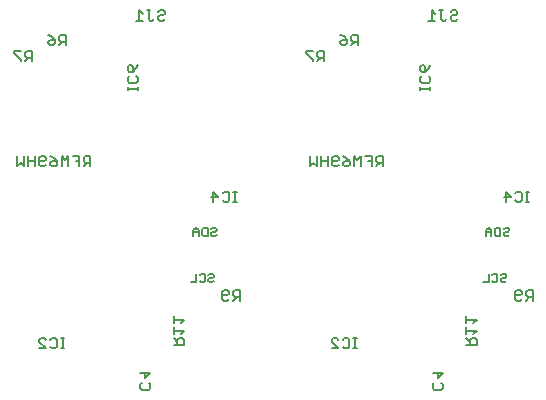
<source format=gbo>
G75*
G70*
%OFA0B0*%
%FSLAX24Y24*%
%IPPOS*%
%LPD*%
%AMOC8*
5,1,8,0,0,1.08239X$1,22.5*
%
%ADD10C,0.0060*%
%ADD11C,0.0050*%
D10*
X005661Y004089D02*
X005604Y004146D01*
X005604Y004259D01*
X005661Y004316D01*
X005775Y004458D02*
X005775Y004684D01*
X005945Y004628D02*
X005604Y004628D01*
X005775Y004458D02*
X005945Y004628D01*
X005888Y004316D02*
X005945Y004259D01*
X005945Y004146D01*
X005888Y004089D01*
X005661Y004089D01*
X006731Y005565D02*
X007072Y005565D01*
X007072Y005735D01*
X007015Y005792D01*
X006902Y005792D01*
X006845Y005735D01*
X006845Y005565D01*
X006845Y005678D02*
X006731Y005792D01*
X006731Y005933D02*
X006731Y006160D01*
X006731Y006047D02*
X007072Y006047D01*
X006958Y005933D01*
X006958Y006302D02*
X007072Y006415D01*
X006731Y006415D01*
X006731Y006302D02*
X006731Y006528D01*
X008344Y007113D02*
X008344Y007339D01*
X008401Y007396D01*
X008515Y007396D01*
X008571Y007339D01*
X008571Y007283D01*
X008515Y007226D01*
X008344Y007226D01*
X008344Y007113D02*
X008401Y007056D01*
X008515Y007056D01*
X008571Y007113D01*
X008713Y007056D02*
X008826Y007169D01*
X008769Y007169D02*
X008940Y007169D01*
X008940Y007056D02*
X008940Y007396D01*
X008769Y007396D01*
X008713Y007339D01*
X008713Y007226D01*
X008769Y007169D01*
X011983Y005747D02*
X012039Y005804D01*
X012153Y005804D01*
X012209Y005747D01*
X012351Y005747D02*
X012408Y005804D01*
X012521Y005804D01*
X012578Y005747D01*
X012578Y005520D01*
X012521Y005464D01*
X012408Y005464D01*
X012351Y005520D01*
X012209Y005464D02*
X011983Y005690D01*
X011983Y005747D01*
X011983Y005464D02*
X012209Y005464D01*
X012710Y005464D02*
X012823Y005464D01*
X012767Y005464D02*
X012767Y005804D01*
X012823Y005804D02*
X012710Y005804D01*
X015354Y004628D02*
X015695Y004628D01*
X015525Y004458D01*
X015525Y004684D01*
X015638Y004316D02*
X015695Y004259D01*
X015695Y004146D01*
X015638Y004089D01*
X015411Y004089D01*
X015354Y004146D01*
X015354Y004259D01*
X015411Y004316D01*
X016481Y005565D02*
X016822Y005565D01*
X016822Y005735D01*
X016765Y005792D01*
X016652Y005792D01*
X016595Y005735D01*
X016595Y005565D01*
X016595Y005678D02*
X016481Y005792D01*
X016481Y005933D02*
X016481Y006160D01*
X016481Y006047D02*
X016822Y006047D01*
X016708Y005933D01*
X016708Y006302D02*
X016822Y006415D01*
X016481Y006415D01*
X016481Y006302D02*
X016481Y006528D01*
X018094Y007113D02*
X018094Y007339D01*
X018151Y007396D01*
X018265Y007396D01*
X018321Y007339D01*
X018321Y007283D01*
X018265Y007226D01*
X018094Y007226D01*
X018094Y007113D02*
X018151Y007056D01*
X018265Y007056D01*
X018321Y007113D01*
X018463Y007056D02*
X018576Y007169D01*
X018519Y007169D02*
X018690Y007169D01*
X018690Y007056D02*
X018690Y007396D01*
X018519Y007396D01*
X018463Y007339D01*
X018463Y007226D01*
X018519Y007169D01*
X018516Y010345D02*
X018516Y010685D01*
X018573Y010685D02*
X018459Y010685D01*
X018327Y010629D02*
X018327Y010402D01*
X018271Y010345D01*
X018157Y010345D01*
X018100Y010402D01*
X017959Y010515D02*
X017732Y010515D01*
X017789Y010345D02*
X017789Y010685D01*
X017959Y010515D01*
X018100Y010629D02*
X018157Y010685D01*
X018271Y010685D01*
X018327Y010629D01*
X018459Y010345D02*
X018573Y010345D01*
X015278Y014067D02*
X015278Y014181D01*
X015278Y014124D02*
X014938Y014124D01*
X014938Y014067D02*
X014938Y014181D01*
X014994Y014313D02*
X014938Y014370D01*
X014938Y014483D01*
X014994Y014540D01*
X014994Y014681D02*
X014938Y014738D01*
X014938Y014851D01*
X014994Y014908D01*
X015051Y014908D01*
X015108Y014851D01*
X015108Y014681D01*
X014994Y014681D01*
X015108Y014681D02*
X015221Y014795D01*
X015278Y014908D01*
X015221Y014540D02*
X015278Y014483D01*
X015278Y014370D01*
X015221Y014313D01*
X014994Y014313D01*
X012872Y015576D02*
X012872Y015916D01*
X012701Y015916D01*
X012645Y015859D01*
X012645Y015746D01*
X012701Y015689D01*
X012872Y015689D01*
X012758Y015689D02*
X012645Y015576D01*
X012503Y015632D02*
X012446Y015576D01*
X012333Y015576D01*
X012276Y015632D01*
X012276Y015689D01*
X012333Y015746D01*
X012503Y015746D01*
X012503Y015632D01*
X012503Y015746D02*
X012390Y015859D01*
X012276Y015916D01*
X011742Y015367D02*
X011572Y015367D01*
X011515Y015311D01*
X011515Y015197D01*
X011572Y015141D01*
X011742Y015141D01*
X011628Y015141D02*
X011515Y015027D01*
X011373Y015027D02*
X011373Y015084D01*
X011147Y015311D01*
X011147Y015367D01*
X011373Y015367D01*
X011742Y015367D02*
X011742Y015027D01*
X011855Y011867D02*
X011855Y011527D01*
X011996Y011583D02*
X011996Y011810D01*
X012053Y011867D01*
X012166Y011867D01*
X012223Y011810D01*
X012223Y011754D01*
X012166Y011697D01*
X011996Y011697D01*
X011996Y011583D02*
X012053Y011527D01*
X012166Y011527D01*
X012223Y011583D01*
X012364Y011583D02*
X012364Y011640D01*
X012421Y011697D01*
X012591Y011697D01*
X012591Y011583D01*
X012534Y011527D01*
X012421Y011527D01*
X012364Y011583D01*
X012478Y011810D02*
X012591Y011697D01*
X012478Y011810D02*
X012364Y011867D01*
X012733Y011867D02*
X012733Y011527D01*
X012959Y011527D02*
X012959Y011867D01*
X012846Y011754D01*
X012733Y011867D01*
X013101Y011867D02*
X013328Y011867D01*
X013328Y011527D01*
X013469Y011527D02*
X013583Y011640D01*
X013526Y011640D02*
X013696Y011640D01*
X013696Y011527D02*
X013696Y011867D01*
X013526Y011867D01*
X013469Y011810D01*
X013469Y011697D01*
X013526Y011640D01*
X013328Y011697D02*
X013214Y011697D01*
X011855Y011697D02*
X011628Y011697D01*
X011628Y011867D02*
X011628Y011527D01*
X011486Y011527D02*
X011373Y011640D01*
X011259Y011527D01*
X011259Y011867D01*
X011486Y011867D02*
X011486Y011527D01*
X008823Y010685D02*
X008709Y010685D01*
X008766Y010685D02*
X008766Y010345D01*
X008823Y010345D02*
X008709Y010345D01*
X008577Y010402D02*
X008521Y010345D01*
X008407Y010345D01*
X008350Y010402D01*
X008209Y010515D02*
X007982Y010515D01*
X008039Y010345D02*
X008039Y010685D01*
X008209Y010515D01*
X008350Y010629D02*
X008407Y010685D01*
X008521Y010685D01*
X008577Y010629D01*
X008577Y010402D01*
X005528Y014067D02*
X005528Y014181D01*
X005528Y014124D02*
X005188Y014124D01*
X005188Y014067D02*
X005188Y014181D01*
X005244Y014313D02*
X005188Y014370D01*
X005188Y014483D01*
X005244Y014540D01*
X005244Y014681D02*
X005188Y014738D01*
X005188Y014851D01*
X005244Y014908D01*
X005301Y014908D01*
X005358Y014851D01*
X005358Y014681D01*
X005244Y014681D01*
X005358Y014681D02*
X005471Y014795D01*
X005528Y014908D01*
X005471Y014540D02*
X005528Y014483D01*
X005528Y014370D01*
X005471Y014313D01*
X005244Y014313D01*
X003122Y015576D02*
X003122Y015916D01*
X002951Y015916D01*
X002895Y015859D01*
X002895Y015746D01*
X002951Y015689D01*
X003122Y015689D01*
X003008Y015689D02*
X002895Y015576D01*
X002753Y015632D02*
X002696Y015576D01*
X002583Y015576D01*
X002526Y015632D01*
X002526Y015689D01*
X002583Y015746D01*
X002753Y015746D01*
X002753Y015632D01*
X002753Y015746D02*
X002640Y015859D01*
X002526Y015916D01*
X001992Y015367D02*
X001822Y015367D01*
X001765Y015311D01*
X001765Y015197D01*
X001822Y015141D01*
X001992Y015141D01*
X001878Y015141D02*
X001765Y015027D01*
X001623Y015027D02*
X001623Y015084D01*
X001397Y015311D01*
X001397Y015367D01*
X001623Y015367D01*
X001992Y015367D02*
X001992Y015027D01*
X002105Y011867D02*
X002105Y011527D01*
X002246Y011583D02*
X002246Y011810D01*
X002303Y011867D01*
X002416Y011867D01*
X002473Y011810D01*
X002473Y011754D01*
X002416Y011697D01*
X002246Y011697D01*
X002246Y011583D02*
X002303Y011527D01*
X002416Y011527D01*
X002473Y011583D01*
X002614Y011583D02*
X002614Y011640D01*
X002671Y011697D01*
X002841Y011697D01*
X002841Y011583D01*
X002784Y011527D01*
X002671Y011527D01*
X002614Y011583D01*
X002728Y011810D02*
X002841Y011697D01*
X002728Y011810D02*
X002614Y011867D01*
X002983Y011867D02*
X002983Y011527D01*
X003209Y011527D02*
X003209Y011867D01*
X003096Y011754D01*
X002983Y011867D01*
X003351Y011867D02*
X003578Y011867D01*
X003578Y011527D01*
X003719Y011527D02*
X003833Y011640D01*
X003776Y011640D02*
X003946Y011640D01*
X003946Y011527D02*
X003946Y011867D01*
X003776Y011867D01*
X003719Y011810D01*
X003719Y011697D01*
X003776Y011640D01*
X003578Y011697D02*
X003464Y011697D01*
X002105Y011697D02*
X001878Y011697D01*
X001878Y011867D02*
X001878Y011527D01*
X001736Y011527D02*
X001623Y011640D01*
X001509Y011527D01*
X001509Y011867D01*
X001736Y011867D02*
X001736Y011527D01*
X005463Y016391D02*
X005690Y016391D01*
X005576Y016391D02*
X005576Y016732D01*
X005690Y016618D01*
X005831Y016732D02*
X005945Y016732D01*
X005888Y016732D02*
X005888Y016448D01*
X005945Y016391D01*
X006001Y016391D01*
X006058Y016448D01*
X006200Y016448D02*
X006256Y016391D01*
X006370Y016391D01*
X006427Y016448D01*
X006370Y016562D02*
X006256Y016562D01*
X006200Y016505D01*
X006200Y016448D01*
X006370Y016562D02*
X006427Y016618D01*
X006427Y016675D01*
X006370Y016732D01*
X006256Y016732D01*
X006200Y016675D01*
X015213Y016391D02*
X015440Y016391D01*
X015326Y016391D02*
X015326Y016732D01*
X015440Y016618D01*
X015581Y016732D02*
X015695Y016732D01*
X015638Y016732D02*
X015638Y016448D01*
X015695Y016391D01*
X015751Y016391D01*
X015808Y016448D01*
X015950Y016448D02*
X016006Y016391D01*
X016120Y016391D01*
X016177Y016448D01*
X016120Y016562D02*
X016006Y016562D01*
X015950Y016505D01*
X015950Y016448D01*
X016120Y016562D02*
X016177Y016618D01*
X016177Y016675D01*
X016120Y016732D01*
X016006Y016732D01*
X015950Y016675D01*
X003073Y005804D02*
X002960Y005804D01*
X003017Y005804D02*
X003017Y005464D01*
X003073Y005464D02*
X002960Y005464D01*
X002828Y005520D02*
X002771Y005464D01*
X002658Y005464D01*
X002601Y005520D01*
X002459Y005464D02*
X002233Y005690D01*
X002233Y005747D01*
X002289Y005804D01*
X002403Y005804D01*
X002459Y005747D01*
X002601Y005747D02*
X002658Y005804D01*
X002771Y005804D01*
X002828Y005747D01*
X002828Y005520D01*
X002459Y005464D02*
X002233Y005464D01*
D11*
X007292Y007672D02*
X007472Y007672D01*
X007472Y007942D01*
X007586Y007897D02*
X007631Y007942D01*
X007721Y007942D01*
X007766Y007897D01*
X007766Y007717D01*
X007721Y007672D01*
X007631Y007672D01*
X007586Y007717D01*
X007881Y007717D02*
X007926Y007672D01*
X008016Y007672D01*
X008061Y007717D01*
X008016Y007807D02*
X007926Y007807D01*
X007881Y007762D01*
X007881Y007717D01*
X008016Y007807D02*
X008061Y007852D01*
X008061Y007897D01*
X008016Y007942D01*
X007926Y007942D01*
X007881Y007897D01*
X007856Y009212D02*
X007721Y009212D01*
X007676Y009257D01*
X007676Y009437D01*
X007721Y009482D01*
X007856Y009482D01*
X007856Y009212D01*
X007971Y009257D02*
X008016Y009212D01*
X008106Y009212D01*
X008151Y009257D01*
X008106Y009347D02*
X008016Y009347D01*
X007971Y009302D01*
X007971Y009257D01*
X008106Y009347D02*
X008151Y009392D01*
X008151Y009437D01*
X008106Y009482D01*
X008016Y009482D01*
X007971Y009437D01*
X007562Y009392D02*
X007562Y009212D01*
X007562Y009347D02*
X007382Y009347D01*
X007382Y009392D02*
X007382Y009212D01*
X007382Y009392D02*
X007472Y009482D01*
X007562Y009392D01*
X017132Y009392D02*
X017132Y009212D01*
X017132Y009347D02*
X017312Y009347D01*
X017312Y009392D02*
X017222Y009482D01*
X017132Y009392D01*
X017312Y009392D02*
X017312Y009212D01*
X017426Y009257D02*
X017426Y009437D01*
X017471Y009482D01*
X017606Y009482D01*
X017606Y009212D01*
X017471Y009212D01*
X017426Y009257D01*
X017721Y009257D02*
X017766Y009212D01*
X017856Y009212D01*
X017901Y009257D01*
X017856Y009347D02*
X017766Y009347D01*
X017721Y009302D01*
X017721Y009257D01*
X017856Y009347D02*
X017901Y009392D01*
X017901Y009437D01*
X017856Y009482D01*
X017766Y009482D01*
X017721Y009437D01*
X017676Y007942D02*
X017766Y007942D01*
X017811Y007897D01*
X017811Y007852D01*
X017766Y007807D01*
X017676Y007807D01*
X017631Y007762D01*
X017631Y007717D01*
X017676Y007672D01*
X017766Y007672D01*
X017811Y007717D01*
X017631Y007897D02*
X017676Y007942D01*
X017516Y007897D02*
X017516Y007717D01*
X017471Y007672D01*
X017381Y007672D01*
X017336Y007717D01*
X017222Y007672D02*
X017042Y007672D01*
X017222Y007672D02*
X017222Y007942D01*
X017336Y007897D02*
X017381Y007942D01*
X017471Y007942D01*
X017516Y007897D01*
M02*

</source>
